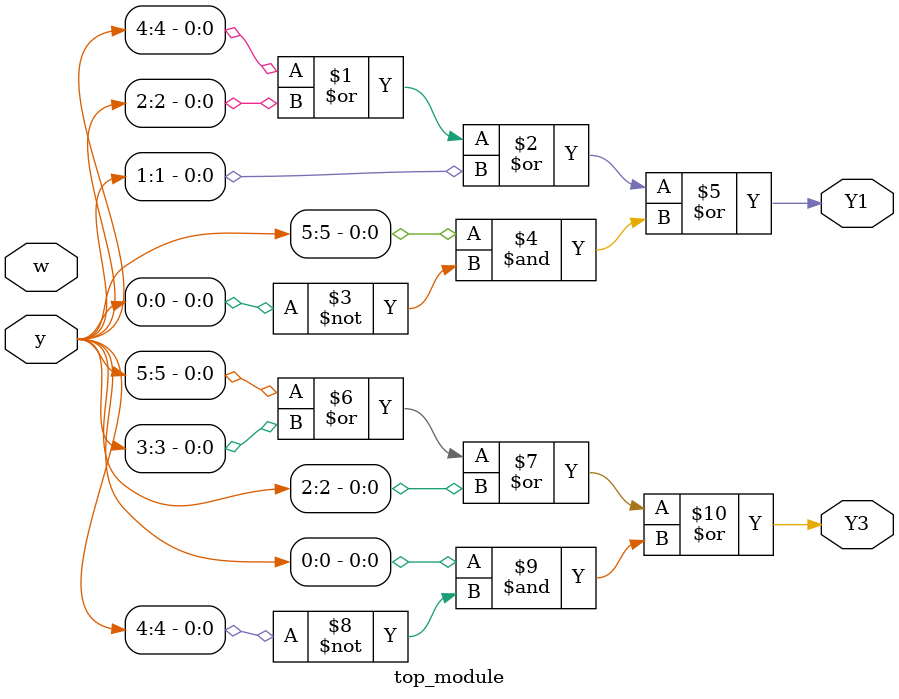
<source format=sv>
module top_module (
	input [5:0] y,
	input w,
	output Y1,
	output Y3
);
	assign Y1 = y[4] | y[2] | y[1] | (y[5] & ~y[0]);
	assign Y3 = y[5] | y[3] | y[2] | (y[0] & ~y[4]);
endmodule

</source>
